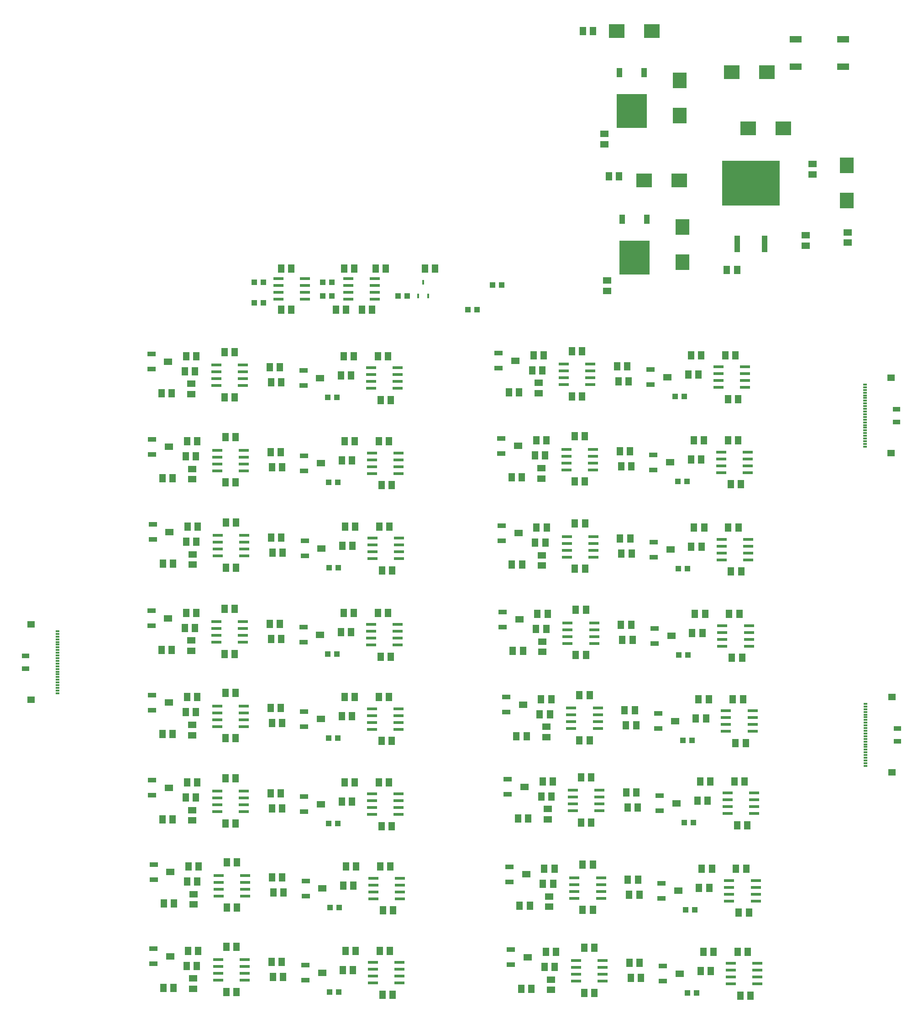
<source format=gbr>
G04 EAGLE Gerber RS-274X export*
G75*
%MOMM*%
%FSLAX34Y34*%
%LPD*%
%INSolderpaste Top*%
%IPPOS*%
%AMOC8*
5,1,8,0,0,1.08239X$1,22.5*%
G01*
%ADD10R,1.500000X1.300000*%
%ADD11R,2.235200X1.244600*%
%ADD12R,10.660000X8.380000*%
%ADD13R,1.016000X3.050000*%
%ADD14R,2.500000X2.900000*%
%ADD15R,2.900000X2.500000*%
%ADD16R,1.000000X1.750000*%
%ADD17R,5.550000X6.350000*%
%ADD18R,1.600000X1.300000*%
%ADD19R,1.300000X1.600000*%
%ADD20R,1.300000X1.500000*%
%ADD21R,1.000000X1.100000*%
%ADD22R,0.457200X0.914400*%
%ADD23R,1.981200X0.558800*%
%ADD24R,0.800000X0.300000*%
%ADD25R,1.400000X1.220000*%
%ADD26R,1.400000X0.850000*%
%ADD27R,1.600000X0.900000*%


D10*
X1778000Y544805D03*
X1778000Y525805D03*
X1765300Y412725D03*
X1765300Y393725D03*
D11*
X1746758Y776605D03*
X1746758Y725805D03*
X1834642Y725805D03*
X1834642Y776605D03*
D12*
X1663700Y509905D03*
D13*
X1638300Y396805D03*
X1689100Y396805D03*
D14*
X1536700Y363105D03*
X1536700Y428105D03*
D15*
X1466100Y514985D03*
X1531100Y514985D03*
D16*
X1470650Y442605D03*
X1424950Y442605D03*
D17*
X1447800Y371605D03*
D18*
X1397000Y328905D03*
X1397000Y309905D03*
D19*
X1400200Y522605D03*
X1419200Y522605D03*
D14*
X1531620Y634885D03*
X1531620Y699885D03*
D15*
X1415300Y791845D03*
X1480300Y791845D03*
D16*
X1465570Y714385D03*
X1419870Y714385D03*
D17*
X1442720Y643385D03*
D18*
X1391920Y600685D03*
X1391920Y581685D03*
D19*
X1351940Y791845D03*
X1370940Y791845D03*
D14*
X1841500Y542405D03*
X1841500Y477405D03*
D15*
X1659140Y611505D03*
X1724140Y611505D03*
X1693660Y715645D03*
X1628660Y715645D03*
D20*
X792378Y275082D03*
X811378Y275082D03*
X792378Y351282D03*
X811378Y351282D03*
X986638Y351282D03*
X967638Y351282D03*
X909218Y351282D03*
X928218Y351282D03*
X912978Y275082D03*
X893978Y275082D03*
X942238Y275082D03*
X961238Y275082D03*
D21*
X742578Y287782D03*
X759578Y287782D03*
X742578Y325882D03*
X759578Y325882D03*
X1138818Y275082D03*
X1155818Y275082D03*
X869578Y325882D03*
X886578Y325882D03*
D20*
X1059078Y351282D03*
X1078078Y351282D03*
D21*
X869578Y300482D03*
X886578Y300482D03*
X1009278Y300482D03*
X1026278Y300482D03*
D22*
X1046378Y300228D03*
X1065378Y300228D03*
X1055878Y326136D03*
D23*
X787400Y332232D03*
X787400Y319532D03*
X787400Y306832D03*
X787400Y294132D03*
X836676Y294132D03*
X836676Y306832D03*
X836676Y319532D03*
X836676Y332232D03*
X916940Y332232D03*
X916940Y319532D03*
X916940Y306832D03*
X916940Y294132D03*
X966216Y294132D03*
X966216Y306832D03*
X966216Y319532D03*
X966216Y332232D03*
D21*
X1184538Y320802D03*
X1201538Y320802D03*
D19*
X1619300Y348705D03*
X1638300Y348705D03*
D18*
X1843800Y418205D03*
X1843800Y399205D03*
D24*
X377510Y-435960D03*
X377510Y-430960D03*
X377510Y-425960D03*
X377510Y-420960D03*
X377510Y-415960D03*
X377510Y-410960D03*
X377510Y-405960D03*
X377510Y-400960D03*
X377510Y-395960D03*
X377510Y-390960D03*
X377510Y-385960D03*
X377510Y-380960D03*
X377510Y-375960D03*
X377510Y-370960D03*
X377510Y-365960D03*
X377510Y-360960D03*
X377510Y-355960D03*
X377510Y-350960D03*
X377510Y-345960D03*
X377510Y-340960D03*
X377510Y-335960D03*
X377510Y-330960D03*
X377510Y-325960D03*
X377510Y-320960D03*
D25*
X329010Y-308560D03*
D26*
X318910Y-366710D03*
X318910Y-390210D03*
D25*
X329010Y-448360D03*
D24*
X1875470Y136240D03*
X1875470Y131240D03*
X1875470Y126240D03*
X1875470Y121240D03*
X1875470Y116240D03*
X1875470Y111240D03*
X1875470Y106240D03*
X1875470Y101240D03*
X1875470Y96240D03*
X1875470Y91240D03*
X1875470Y86240D03*
X1875470Y81240D03*
X1875470Y76240D03*
X1875470Y71240D03*
X1875470Y66240D03*
X1875470Y61240D03*
X1875470Y56240D03*
X1875470Y51240D03*
X1875470Y46240D03*
X1875470Y41240D03*
X1875470Y36240D03*
X1875470Y31240D03*
X1875470Y26240D03*
X1875470Y21240D03*
D25*
X1923970Y8840D03*
D26*
X1934070Y66990D03*
X1934070Y90490D03*
D25*
X1923970Y148640D03*
D24*
X1876740Y-455580D03*
X1876740Y-460580D03*
X1876740Y-465580D03*
X1876740Y-470580D03*
X1876740Y-475580D03*
X1876740Y-480580D03*
X1876740Y-485580D03*
X1876740Y-490580D03*
X1876740Y-495580D03*
X1876740Y-500580D03*
X1876740Y-505580D03*
X1876740Y-510580D03*
X1876740Y-515580D03*
X1876740Y-520580D03*
X1876740Y-525580D03*
X1876740Y-530580D03*
X1876740Y-535580D03*
X1876740Y-540580D03*
X1876740Y-545580D03*
X1876740Y-550580D03*
X1876740Y-555580D03*
X1876740Y-560580D03*
X1876740Y-565580D03*
X1876740Y-570580D03*
D25*
X1925240Y-582980D03*
D26*
X1935340Y-524830D03*
X1935340Y-501330D03*
D25*
X1925240Y-443180D03*
D20*
X975512Y-913384D03*
X994512Y-913384D03*
X710032Y-989584D03*
X691032Y-989584D03*
X980592Y-994664D03*
X999592Y-994664D03*
X710032Y-905764D03*
X691032Y-905764D03*
X617372Y-941324D03*
X636372Y-941324D03*
X574192Y-981964D03*
X593192Y-981964D03*
X931012Y-913384D03*
X912012Y-913384D03*
X925932Y-948944D03*
X906932Y-948944D03*
D21*
X882532Y-989584D03*
X899532Y-989584D03*
D20*
X774852Y-933704D03*
X793852Y-933704D03*
X777392Y-961644D03*
X796392Y-961644D03*
X619912Y-913384D03*
X638912Y-913384D03*
D10*
X629412Y-983844D03*
X629412Y-964844D03*
D27*
X837332Y-940024D03*
D18*
X868532Y-954024D03*
D27*
X837332Y-968024D03*
X555392Y-909544D03*
D18*
X586592Y-923544D03*
D27*
X555392Y-937544D03*
D23*
X962914Y-934974D03*
X962914Y-947674D03*
X962914Y-960374D03*
X962914Y-973074D03*
X1012190Y-973074D03*
X1012190Y-960374D03*
X1012190Y-947674D03*
X1012190Y-934974D03*
X675894Y-929894D03*
X675894Y-942594D03*
X675894Y-955294D03*
X675894Y-967994D03*
X725170Y-967994D03*
X725170Y-955294D03*
X725170Y-942594D03*
X725170Y-929894D03*
D20*
X1638960Y-915162D03*
X1657960Y-915162D03*
X1373480Y-991362D03*
X1354480Y-991362D03*
X1644040Y-996442D03*
X1663040Y-996442D03*
X1373480Y-907542D03*
X1354480Y-907542D03*
X1280820Y-943102D03*
X1299820Y-943102D03*
X1237640Y-983742D03*
X1256640Y-983742D03*
X1594460Y-915162D03*
X1575460Y-915162D03*
X1589380Y-950722D03*
X1570380Y-950722D03*
D21*
X1545980Y-991362D03*
X1562980Y-991362D03*
D20*
X1438300Y-935482D03*
X1457300Y-935482D03*
X1440840Y-963422D03*
X1459840Y-963422D03*
X1283360Y-915162D03*
X1302360Y-915162D03*
D10*
X1292860Y-985622D03*
X1292860Y-966622D03*
D27*
X1500780Y-941802D03*
D18*
X1531980Y-955802D03*
D27*
X1500780Y-969802D03*
X1218840Y-911322D03*
D18*
X1250040Y-925322D03*
D27*
X1218840Y-939322D03*
D23*
X1626362Y-936752D03*
X1626362Y-949452D03*
X1626362Y-962152D03*
X1626362Y-974852D03*
X1675638Y-974852D03*
X1675638Y-962152D03*
X1675638Y-949452D03*
X1675638Y-936752D03*
X1339342Y-931672D03*
X1339342Y-944372D03*
X1339342Y-957072D03*
X1339342Y-969772D03*
X1388618Y-969772D03*
X1388618Y-957072D03*
X1388618Y-944372D03*
X1388618Y-931672D03*
D20*
X976274Y-757174D03*
X995274Y-757174D03*
X710794Y-833374D03*
X691794Y-833374D03*
X981354Y-838454D03*
X1000354Y-838454D03*
X710794Y-749554D03*
X691794Y-749554D03*
X618134Y-785114D03*
X637134Y-785114D03*
X574954Y-825754D03*
X593954Y-825754D03*
X931774Y-757174D03*
X912774Y-757174D03*
X926694Y-792734D03*
X907694Y-792734D03*
D21*
X883294Y-833374D03*
X900294Y-833374D03*
D20*
X775614Y-777494D03*
X794614Y-777494D03*
X778154Y-805434D03*
X797154Y-805434D03*
X620674Y-757174D03*
X639674Y-757174D03*
D10*
X630174Y-827634D03*
X630174Y-808634D03*
D27*
X838094Y-783814D03*
D18*
X869294Y-797814D03*
D27*
X838094Y-811814D03*
X556154Y-753334D03*
D18*
X587354Y-767334D03*
D27*
X556154Y-781334D03*
D23*
X963676Y-778764D03*
X963676Y-791464D03*
X963676Y-804164D03*
X963676Y-816864D03*
X1012952Y-816864D03*
X1012952Y-804164D03*
X1012952Y-791464D03*
X1012952Y-778764D03*
X676656Y-773684D03*
X676656Y-786384D03*
X676656Y-799084D03*
X676656Y-811784D03*
X725932Y-811784D03*
X725932Y-799084D03*
X725932Y-786384D03*
X725932Y-773684D03*
D20*
X1636166Y-761492D03*
X1655166Y-761492D03*
X1370686Y-837692D03*
X1351686Y-837692D03*
X1641246Y-842772D03*
X1660246Y-842772D03*
X1370686Y-753872D03*
X1351686Y-753872D03*
X1278026Y-789432D03*
X1297026Y-789432D03*
X1234846Y-830072D03*
X1253846Y-830072D03*
X1591666Y-761492D03*
X1572666Y-761492D03*
X1586586Y-797052D03*
X1567586Y-797052D03*
D21*
X1543186Y-837692D03*
X1560186Y-837692D03*
D20*
X1435506Y-781812D03*
X1454506Y-781812D03*
X1438046Y-809752D03*
X1457046Y-809752D03*
X1280566Y-761492D03*
X1299566Y-761492D03*
D10*
X1290066Y-831952D03*
X1290066Y-812952D03*
D27*
X1497986Y-788132D03*
D18*
X1529186Y-802132D03*
D27*
X1497986Y-816132D03*
X1216046Y-757652D03*
D18*
X1247246Y-771652D03*
D27*
X1216046Y-785652D03*
D23*
X1623568Y-783082D03*
X1623568Y-795782D03*
X1623568Y-808482D03*
X1623568Y-821182D03*
X1672844Y-821182D03*
X1672844Y-808482D03*
X1672844Y-795782D03*
X1672844Y-783082D03*
X1336548Y-778002D03*
X1336548Y-790702D03*
X1336548Y-803402D03*
X1336548Y-816102D03*
X1385824Y-816102D03*
X1385824Y-803402D03*
X1385824Y-790702D03*
X1385824Y-778002D03*
D20*
X973480Y-601218D03*
X992480Y-601218D03*
X708000Y-677418D03*
X689000Y-677418D03*
X978560Y-682498D03*
X997560Y-682498D03*
X708000Y-593598D03*
X689000Y-593598D03*
X615340Y-629158D03*
X634340Y-629158D03*
X572160Y-669798D03*
X591160Y-669798D03*
X928980Y-601218D03*
X909980Y-601218D03*
X923900Y-636778D03*
X904900Y-636778D03*
D21*
X880500Y-677418D03*
X897500Y-677418D03*
D20*
X772820Y-621538D03*
X791820Y-621538D03*
X775360Y-649478D03*
X794360Y-649478D03*
X617880Y-601218D03*
X636880Y-601218D03*
D10*
X627380Y-671678D03*
X627380Y-652678D03*
D27*
X835300Y-627858D03*
D18*
X866500Y-641858D03*
D27*
X835300Y-655858D03*
X553360Y-597378D03*
D18*
X584560Y-611378D03*
D27*
X553360Y-625378D03*
D23*
X960882Y-622808D03*
X960882Y-635508D03*
X960882Y-648208D03*
X960882Y-660908D03*
X1010158Y-660908D03*
X1010158Y-648208D03*
X1010158Y-635508D03*
X1010158Y-622808D03*
X673862Y-617728D03*
X673862Y-630428D03*
X673862Y-643128D03*
X673862Y-655828D03*
X723138Y-655828D03*
X723138Y-643128D03*
X723138Y-630428D03*
X723138Y-617728D03*
D20*
X1633118Y-599186D03*
X1652118Y-599186D03*
X1367638Y-675386D03*
X1348638Y-675386D03*
X1638198Y-680466D03*
X1657198Y-680466D03*
X1367638Y-591566D03*
X1348638Y-591566D03*
X1274978Y-627126D03*
X1293978Y-627126D03*
X1231798Y-667766D03*
X1250798Y-667766D03*
X1588618Y-599186D03*
X1569618Y-599186D03*
X1583538Y-634746D03*
X1564538Y-634746D03*
D21*
X1540138Y-675386D03*
X1557138Y-675386D03*
D20*
X1432458Y-619506D03*
X1451458Y-619506D03*
X1434998Y-647446D03*
X1453998Y-647446D03*
X1277518Y-599186D03*
X1296518Y-599186D03*
D10*
X1287018Y-669646D03*
X1287018Y-650646D03*
D27*
X1494938Y-625826D03*
D18*
X1526138Y-639826D03*
D27*
X1494938Y-653826D03*
X1212998Y-595346D03*
D18*
X1244198Y-609346D03*
D27*
X1212998Y-623346D03*
D23*
X1620520Y-620776D03*
X1620520Y-633476D03*
X1620520Y-646176D03*
X1620520Y-658876D03*
X1669796Y-658876D03*
X1669796Y-646176D03*
X1669796Y-633476D03*
X1669796Y-620776D03*
X1333500Y-615696D03*
X1333500Y-628396D03*
X1333500Y-641096D03*
X1333500Y-653796D03*
X1382776Y-653796D03*
X1382776Y-641096D03*
X1382776Y-628396D03*
X1382776Y-615696D03*
D20*
X973480Y-443230D03*
X992480Y-443230D03*
X708000Y-519430D03*
X689000Y-519430D03*
X978560Y-524510D03*
X997560Y-524510D03*
X708000Y-435610D03*
X689000Y-435610D03*
X615340Y-471170D03*
X634340Y-471170D03*
X572160Y-511810D03*
X591160Y-511810D03*
X928980Y-443230D03*
X909980Y-443230D03*
X923900Y-478790D03*
X904900Y-478790D03*
D21*
X880500Y-519430D03*
X897500Y-519430D03*
D20*
X772820Y-463550D03*
X791820Y-463550D03*
X775360Y-491490D03*
X794360Y-491490D03*
X617880Y-443230D03*
X636880Y-443230D03*
D10*
X627380Y-513690D03*
X627380Y-494690D03*
D27*
X835300Y-469870D03*
D18*
X866500Y-483870D03*
D27*
X835300Y-497870D03*
X553360Y-439390D03*
D18*
X584560Y-453390D03*
D27*
X553360Y-467390D03*
D23*
X960882Y-464820D03*
X960882Y-477520D03*
X960882Y-490220D03*
X960882Y-502920D03*
X1010158Y-502920D03*
X1010158Y-490220D03*
X1010158Y-477520D03*
X1010158Y-464820D03*
X673862Y-459740D03*
X673862Y-472440D03*
X673862Y-485140D03*
X673862Y-497840D03*
X723138Y-497840D03*
X723138Y-485140D03*
X723138Y-472440D03*
X723138Y-459740D03*
D20*
X1630324Y-446786D03*
X1649324Y-446786D03*
X1364844Y-522986D03*
X1345844Y-522986D03*
X1635404Y-528066D03*
X1654404Y-528066D03*
X1364844Y-439166D03*
X1345844Y-439166D03*
X1272184Y-474726D03*
X1291184Y-474726D03*
X1229004Y-515366D03*
X1248004Y-515366D03*
X1585824Y-446786D03*
X1566824Y-446786D03*
X1580744Y-482346D03*
X1561744Y-482346D03*
D21*
X1537344Y-522986D03*
X1554344Y-522986D03*
D20*
X1429664Y-467106D03*
X1448664Y-467106D03*
X1432204Y-495046D03*
X1451204Y-495046D03*
X1274724Y-446786D03*
X1293724Y-446786D03*
D10*
X1284224Y-517246D03*
X1284224Y-498246D03*
D27*
X1492144Y-473426D03*
D18*
X1523344Y-487426D03*
D27*
X1492144Y-501426D03*
X1210204Y-442946D03*
D18*
X1241404Y-456946D03*
D27*
X1210204Y-470946D03*
D23*
X1617726Y-468376D03*
X1617726Y-481076D03*
X1617726Y-493776D03*
X1617726Y-506476D03*
X1667002Y-506476D03*
X1667002Y-493776D03*
X1667002Y-481076D03*
X1667002Y-468376D03*
X1330706Y-463296D03*
X1330706Y-475996D03*
X1330706Y-488696D03*
X1330706Y-501396D03*
X1379982Y-501396D03*
X1379982Y-488696D03*
X1379982Y-475996D03*
X1379982Y-463296D03*
D20*
X971956Y-286766D03*
X990956Y-286766D03*
X706476Y-362966D03*
X687476Y-362966D03*
X977036Y-368046D03*
X996036Y-368046D03*
X706476Y-279146D03*
X687476Y-279146D03*
X613816Y-314706D03*
X632816Y-314706D03*
X570636Y-355346D03*
X589636Y-355346D03*
X927456Y-286766D03*
X908456Y-286766D03*
X922376Y-322326D03*
X903376Y-322326D03*
D21*
X878976Y-362966D03*
X895976Y-362966D03*
D20*
X771296Y-307086D03*
X790296Y-307086D03*
X773836Y-335026D03*
X792836Y-335026D03*
X616356Y-286766D03*
X635356Y-286766D03*
D10*
X625856Y-357226D03*
X625856Y-338226D03*
D27*
X833776Y-313406D03*
D18*
X864976Y-327406D03*
D27*
X833776Y-341406D03*
X551836Y-282926D03*
D18*
X583036Y-296926D03*
D27*
X551836Y-310926D03*
D23*
X959358Y-308356D03*
X959358Y-321056D03*
X959358Y-333756D03*
X959358Y-346456D03*
X1008634Y-346456D03*
X1008634Y-333756D03*
X1008634Y-321056D03*
X1008634Y-308356D03*
X672338Y-303276D03*
X672338Y-315976D03*
X672338Y-328676D03*
X672338Y-341376D03*
X721614Y-341376D03*
X721614Y-328676D03*
X721614Y-315976D03*
X721614Y-303276D03*
D20*
X1623466Y-289052D03*
X1642466Y-289052D03*
X1357986Y-365252D03*
X1338986Y-365252D03*
X1628546Y-370332D03*
X1647546Y-370332D03*
X1357986Y-281432D03*
X1338986Y-281432D03*
X1265326Y-316992D03*
X1284326Y-316992D03*
X1222146Y-357632D03*
X1241146Y-357632D03*
X1578966Y-289052D03*
X1559966Y-289052D03*
X1573886Y-324612D03*
X1554886Y-324612D03*
D21*
X1530486Y-365252D03*
X1547486Y-365252D03*
D20*
X1422806Y-309372D03*
X1441806Y-309372D03*
X1425346Y-337312D03*
X1444346Y-337312D03*
X1267866Y-289052D03*
X1286866Y-289052D03*
D10*
X1277366Y-359512D03*
X1277366Y-340512D03*
D27*
X1485286Y-315692D03*
D18*
X1516486Y-329692D03*
D27*
X1485286Y-343692D03*
X1203346Y-285212D03*
D18*
X1234546Y-299212D03*
D27*
X1203346Y-313212D03*
D23*
X1610868Y-310642D03*
X1610868Y-323342D03*
X1610868Y-336042D03*
X1610868Y-348742D03*
X1660144Y-348742D03*
X1660144Y-336042D03*
X1660144Y-323342D03*
X1660144Y-310642D03*
X1323848Y-305562D03*
X1323848Y-318262D03*
X1323848Y-330962D03*
X1323848Y-343662D03*
X1373124Y-343662D03*
X1373124Y-330962D03*
X1373124Y-318262D03*
X1373124Y-305562D03*
D20*
X974496Y-127000D03*
X993496Y-127000D03*
X709016Y-203200D03*
X690016Y-203200D03*
X979576Y-208280D03*
X998576Y-208280D03*
X709016Y-119380D03*
X690016Y-119380D03*
X616356Y-154940D03*
X635356Y-154940D03*
X573176Y-195580D03*
X592176Y-195580D03*
X929996Y-127000D03*
X910996Y-127000D03*
X924916Y-162560D03*
X905916Y-162560D03*
D21*
X881516Y-203200D03*
X898516Y-203200D03*
D20*
X773836Y-147320D03*
X792836Y-147320D03*
X776376Y-175260D03*
X795376Y-175260D03*
X618896Y-127000D03*
X637896Y-127000D03*
D10*
X628396Y-197460D03*
X628396Y-178460D03*
D27*
X836316Y-153640D03*
D18*
X867516Y-167640D03*
D27*
X836316Y-181640D03*
X554376Y-123160D03*
D18*
X585576Y-137160D03*
D27*
X554376Y-151160D03*
D23*
X961898Y-148590D03*
X961898Y-161290D03*
X961898Y-173990D03*
X961898Y-186690D03*
X1011174Y-186690D03*
X1011174Y-173990D03*
X1011174Y-161290D03*
X1011174Y-148590D03*
X674878Y-143510D03*
X674878Y-156210D03*
X674878Y-168910D03*
X674878Y-181610D03*
X724154Y-181610D03*
X724154Y-168910D03*
X724154Y-156210D03*
X724154Y-143510D03*
D20*
X1621942Y-129032D03*
X1640942Y-129032D03*
X1356462Y-205232D03*
X1337462Y-205232D03*
X1627022Y-210312D03*
X1646022Y-210312D03*
X1356462Y-121412D03*
X1337462Y-121412D03*
X1263802Y-156972D03*
X1282802Y-156972D03*
X1220622Y-197612D03*
X1239622Y-197612D03*
X1577442Y-129032D03*
X1558442Y-129032D03*
X1572362Y-164592D03*
X1553362Y-164592D03*
D21*
X1528962Y-205232D03*
X1545962Y-205232D03*
D20*
X1421282Y-149352D03*
X1440282Y-149352D03*
X1423822Y-177292D03*
X1442822Y-177292D03*
X1266342Y-129032D03*
X1285342Y-129032D03*
D10*
X1275842Y-199492D03*
X1275842Y-180492D03*
D27*
X1483762Y-155672D03*
D18*
X1514962Y-169672D03*
D27*
X1483762Y-183672D03*
X1201822Y-125192D03*
D18*
X1233022Y-139192D03*
D27*
X1201822Y-153192D03*
D23*
X1609344Y-150622D03*
X1609344Y-163322D03*
X1609344Y-176022D03*
X1609344Y-188722D03*
X1658620Y-188722D03*
X1658620Y-176022D03*
X1658620Y-163322D03*
X1658620Y-150622D03*
X1322324Y-145542D03*
X1322324Y-158242D03*
X1322324Y-170942D03*
X1322324Y-183642D03*
X1371600Y-183642D03*
X1371600Y-170942D03*
X1371600Y-158242D03*
X1371600Y-145542D03*
D20*
X973480Y30988D03*
X992480Y30988D03*
X708000Y-45212D03*
X689000Y-45212D03*
X978560Y-50292D03*
X997560Y-50292D03*
X708000Y38608D03*
X689000Y38608D03*
X615340Y3048D03*
X634340Y3048D03*
X572160Y-37592D03*
X591160Y-37592D03*
X928980Y30988D03*
X909980Y30988D03*
X923900Y-4572D03*
X904900Y-4572D03*
D21*
X880500Y-45212D03*
X897500Y-45212D03*
D20*
X772820Y10668D03*
X791820Y10668D03*
X775360Y-17272D03*
X794360Y-17272D03*
X617880Y30988D03*
X636880Y30988D03*
D10*
X627380Y-39472D03*
X627380Y-20472D03*
D27*
X835300Y4348D03*
D18*
X866500Y-9652D03*
D27*
X835300Y-23652D03*
X553360Y34828D03*
D18*
X584560Y20828D03*
D27*
X553360Y6828D03*
D23*
X960882Y9398D03*
X960882Y-3302D03*
X960882Y-16002D03*
X960882Y-28702D03*
X1010158Y-28702D03*
X1010158Y-16002D03*
X1010158Y-3302D03*
X1010158Y9398D03*
X673862Y14478D03*
X673862Y1778D03*
X673862Y-10922D03*
X673862Y-23622D03*
X723138Y-23622D03*
X723138Y-10922D03*
X723138Y1778D03*
X723138Y14478D03*
D20*
X1621180Y32512D03*
X1640180Y32512D03*
X1355700Y-43688D03*
X1336700Y-43688D03*
X1626260Y-48768D03*
X1645260Y-48768D03*
X1355700Y40132D03*
X1336700Y40132D03*
X1263040Y4572D03*
X1282040Y4572D03*
X1219860Y-36068D03*
X1238860Y-36068D03*
X1576680Y32512D03*
X1557680Y32512D03*
X1571600Y-3048D03*
X1552600Y-3048D03*
D21*
X1528200Y-43688D03*
X1545200Y-43688D03*
D20*
X1420520Y12192D03*
X1439520Y12192D03*
X1423060Y-15748D03*
X1442060Y-15748D03*
X1265580Y32512D03*
X1284580Y32512D03*
D10*
X1275080Y-37948D03*
X1275080Y-18948D03*
D27*
X1483000Y5872D03*
D18*
X1514200Y-8128D03*
D27*
X1483000Y-22128D03*
X1201060Y36352D03*
D18*
X1232260Y22352D03*
D27*
X1201060Y8352D03*
D23*
X1608582Y10922D03*
X1608582Y-1778D03*
X1608582Y-14478D03*
X1608582Y-27178D03*
X1657858Y-27178D03*
X1657858Y-14478D03*
X1657858Y-1778D03*
X1657858Y10922D03*
X1321562Y16002D03*
X1321562Y3302D03*
X1321562Y-9398D03*
X1321562Y-22098D03*
X1370838Y-22098D03*
X1370838Y-9398D03*
X1370838Y3302D03*
X1370838Y16002D03*
D20*
X971956Y188976D03*
X990956Y188976D03*
X706476Y112776D03*
X687476Y112776D03*
X977036Y107696D03*
X996036Y107696D03*
X706476Y196596D03*
X687476Y196596D03*
X613816Y161036D03*
X632816Y161036D03*
X570636Y120396D03*
X589636Y120396D03*
X927456Y188976D03*
X908456Y188976D03*
X922376Y153416D03*
X903376Y153416D03*
D21*
X878976Y112776D03*
X895976Y112776D03*
D20*
X771296Y168656D03*
X790296Y168656D03*
X773836Y140716D03*
X792836Y140716D03*
X616356Y188976D03*
X635356Y188976D03*
D10*
X625856Y118516D03*
X625856Y137516D03*
D27*
X833776Y162336D03*
D18*
X864976Y148336D03*
D27*
X833776Y134336D03*
X551836Y192816D03*
D18*
X583036Y178816D03*
D27*
X551836Y164816D03*
D23*
X959358Y167386D03*
X959358Y154686D03*
X959358Y141986D03*
X959358Y129286D03*
X1008634Y129286D03*
X1008634Y141986D03*
X1008634Y154686D03*
X1008634Y167386D03*
X672338Y172466D03*
X672338Y159766D03*
X672338Y147066D03*
X672338Y134366D03*
X721614Y134366D03*
X721614Y147066D03*
X721614Y159766D03*
X721614Y172466D03*
D20*
X1616100Y190754D03*
X1635100Y190754D03*
X1350620Y114554D03*
X1331620Y114554D03*
X1621180Y109474D03*
X1640180Y109474D03*
X1350620Y198374D03*
X1331620Y198374D03*
X1257960Y162814D03*
X1276960Y162814D03*
X1214780Y122174D03*
X1233780Y122174D03*
X1571600Y190754D03*
X1552600Y190754D03*
X1566520Y155194D03*
X1547520Y155194D03*
D21*
X1523120Y114554D03*
X1540120Y114554D03*
D20*
X1415440Y170434D03*
X1434440Y170434D03*
X1417980Y142494D03*
X1436980Y142494D03*
X1260500Y190754D03*
X1279500Y190754D03*
D10*
X1270000Y120294D03*
X1270000Y139294D03*
D27*
X1477920Y164114D03*
D18*
X1509120Y150114D03*
D27*
X1477920Y136114D03*
X1195980Y194594D03*
D18*
X1227180Y180594D03*
D27*
X1195980Y166594D03*
D23*
X1603502Y169164D03*
X1603502Y156464D03*
X1603502Y143764D03*
X1603502Y131064D03*
X1652778Y131064D03*
X1652778Y143764D03*
X1652778Y156464D03*
X1652778Y169164D03*
X1316482Y174244D03*
X1316482Y161544D03*
X1316482Y148844D03*
X1316482Y136144D03*
X1365758Y136144D03*
X1365758Y148844D03*
X1365758Y161544D03*
X1365758Y174244D03*
M02*

</source>
